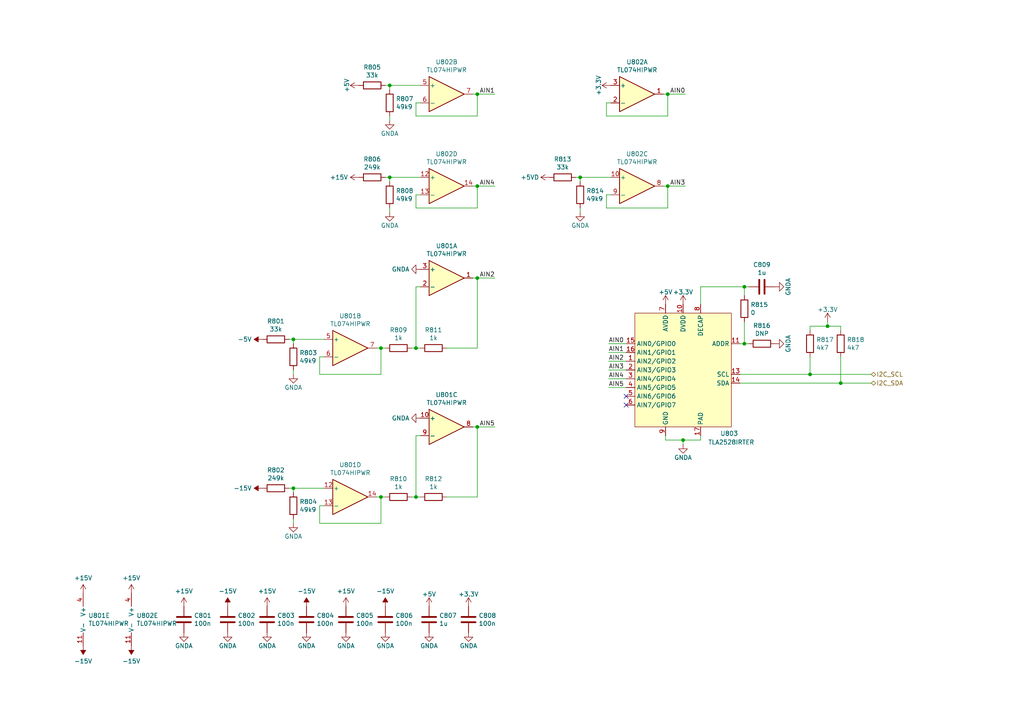
<source format=kicad_sch>
(kicad_sch (version 20230121) (generator eeschema)
  (paper "A4")
  (lib_symbols
    (symbol "Amplifier_Operational:TL074" (pin_names (offset 0.127))
      (property "Reference" "U" (at 0 5.08 0))
      (property "Value" "TL074" (at 0 -5.08 0))
      (symbol "TL074_1_1"
        (polyline (pts (xy -5.08 5.08) (xy 5.08 0) (xy -5.08 -5.08) (xy -5.08 5.08)) (stroke (width 0.254)) (fill (type background)))
        (pin output line (at 7.62 0 180) (length 2.54) (name "~") (number "1"))
        (pin input line (at -7.62 -2.54 0) (length 2.54) (name "-") (number "2"))
        (pin input line (at -7.62 2.54 0) (length 2.54) (name "+") (number "3"))
      )
      (symbol "TL074_2_1"
        (polyline (pts (xy -5.08 5.08) (xy 5.08 0) (xy -5.08 -5.08) (xy -5.08 5.08)) (stroke (width 0.254)) (fill (type background)))
        (pin input line (at -7.62 2.54 0) (length 2.54) (name "+") (number "5"))
        (pin input line (at -7.62 -2.54 0) (length 2.54) (name "-") (number "6"))
        (pin output line (at 7.62 0 180) (length 2.54) (name "~") (number "7"))
      )
      (symbol "TL074_3_1"
        (polyline (pts (xy -5.08 5.08) (xy 5.08 0) (xy -5.08 -5.08) (xy -5.08 5.08)) (stroke (width 0.254)) (fill (type background)))
        (pin input line (at -7.62 2.54 0) (length 2.54) (name "+") (number "10"))
        (pin output line (at 7.62 0 180) (length 2.54) (name "~") (number "8"))
        (pin input line (at -7.62 -2.54 0) (length 2.54) (name "-") (number "9"))
      )
      (symbol "TL074_4_1"
        (polyline (pts (xy -5.08 5.08) (xy 5.08 0) (xy -5.08 -5.08) (xy -5.08 5.08)) (stroke (width 0.254)) (fill (type background)))
        (pin input line (at -7.62 2.54 0) (length 2.54) (name "+") (number "12"))
        (pin input line (at -7.62 -2.54 0) (length 2.54) (name "-") (number "13"))
        (pin output line (at 7.62 0 180) (length 2.54) (name "~") (number "14"))
      )
      (symbol "TL074_5_1"
        (pin power_in line (at -2.54 -7.62 90) (length 3.81) (name "V-") (number "11"))
        (pin power_in line (at -2.54 7.62 270) (length 3.81) (name "V+") (number "4"))
      )
    )
    (symbol "Device:C" (pin_numbers hide) (pin_names (offset 0.254))
      (property "Reference" "C" (at 0.635 2.54 0))
      (property "Value" "C" (at 0.635 -2.54 0))
      (symbol "C_0_1"
        (polyline (pts (xy -2.032 -0.762) (xy 2.032 -0.762)) (stroke (width 0.508)))
        (polyline (pts (xy -2.032 0.762) (xy 2.032 0.762)) (stroke (width 0.508)))
      )
      (symbol "C_1_1"
        (pin passive line (at 0 3.81 270) (length 2.794) (name "~") (number "1"))
        (pin passive line (at 0 -3.81 90) (length 2.794) (name "~") (number "2"))
      )
    )
    (symbol "Device:R" (pin_numbers hide) (pin_names (offset 0))
      (property "Reference" "R" (at 2.032 0 90))
      (property "Value" "R" (at 0 0 90))
      (symbol "R_0_1"
        (rectangle (start -1.016 -2.54) (end 1.016 2.54) (stroke (width 0.254)))
      )
      (symbol "R_1_1"
        (pin passive line (at 0 3.81 270) (length 1.27) (name "~") (number "1"))
        (pin passive line (at 0 -3.81 90) (length 1.27) (name "~") (number "2"))
      )
    )
    (symbol "ETH1CFGEN1:TLA2528"
      (property "Reference" "U" (at 10.795 21.59 0))
      (property "Value" "TLA2528" (at 10.795 19.05 0))
      (symbol "TLA2528_0_1"
        (rectangle (start -13.97 17.78) (end 13.97 -15.24) (fill (type background)))
      )
      (symbol "TLA2528_1_1"
        (pin bidirectional line (at -16.51 3.81 0) (length 2.54) (name "AIN2/GPIO2") (number "1"))
        (pin passive line (at 0 20.32 270) (length 2.54) (name "DVDD") (number "10"))
        (pin input line (at 16.51 8.89 180) (length 2.54) (name "ADDR") (number "11"))
        (pin no_connect non_logic (at 13.97 3.175 180) (length 0) hide (name "NC") (number "12"))
        (pin bidirectional line (at 16.51 0 180) (length 2.54) (name "SCL") (number "13"))
        (pin bidirectional line (at 16.51 -2.54 180) (length 2.54) (name "SDA") (number "14"))
        (pin bidirectional line (at -16.51 8.89 0) (length 2.54) (name "AIN0/GPIO0") (number "15"))
        (pin bidirectional line (at -16.51 6.35 0) (length 2.54) (name "AIN1/GPIO1") (number "16"))
        (pin passive line (at 5.08 -17.78 90) (length 2.54) (name "PAD") (number "17"))
        (pin bidirectional line (at -16.51 1.27 0) (length 2.54) (name "AIN3/GPIO3") (number "2"))
        (pin bidirectional line (at -16.51 -1.27 0) (length 2.54) (name "AIN4/GPIO4") (number "3"))
        (pin bidirectional line (at -16.51 -3.81 0) (length 2.54) (name "AIN5/GPIO5") (number "4"))
        (pin bidirectional line (at -16.51 -6.35 0) (length 2.54) (name "AIN6/GPIO6") (number "5"))
        (pin bidirectional line (at -16.51 -8.89 0) (length 2.54) (name "AIN7/GPIO7") (number "6"))
        (pin passive line (at -5.08 20.32 270) (length 2.54) (name "AVDD") (number "7"))
        (pin passive line (at 5.08 20.32 270) (length 2.54) (name "DECAP") (number "8"))
        (pin passive line (at -5.08 -17.78 90) (length 2.54) (name "GND") (number "9"))
      )
    )
    (symbol "power:+15V" (power) (pin_names (offset 0))
      (property "Value" "+15V" (at 0 3.556 0))
      (symbol "+15V_0_1"
        (polyline (pts (xy -0.762 1.27) (xy 0 2.54)))
        (polyline (pts (xy 0 0) (xy 0 2.54)))
        (polyline (pts (xy 0 2.54) (xy 0.762 1.27)))
      )
      (symbol "+15V_1_1"
        (pin power_in line (at 0 0 90) (length 0) hide (name "+15V") (number "1"))
      )
    )
    (symbol "power:+3.3V" (power) (pin_names (offset 0))
      (property "Value" "+3.3V" (at 0 3.556 0))
      (symbol "+3.3V_0_1"
        (polyline (pts (xy -0.762 1.27) (xy 0 2.54)))
        (polyline (pts (xy 0 0) (xy 0 2.54)))
        (polyline (pts (xy 0 2.54) (xy 0.762 1.27)))
      )
      (symbol "+3.3V_1_1"
        (pin power_in line (at 0 0 90) (length 0) hide (name "+3.3V") (number "1"))
      )
    )
    (symbol "power:+5V" (power) (pin_names (offset 0))
      (property "Value" "+5V" (at 0 3.556 0))
      (symbol "+5V_0_1"
        (polyline (pts (xy -0.762 1.27) (xy 0 2.54)))
        (polyline (pts (xy 0 0) (xy 0 2.54)))
        (polyline (pts (xy 0 2.54) (xy 0.762 1.27)))
      )
      (symbol "+5V_1_1"
        (pin power_in line (at 0 0 90) (length 0) hide (name "+5V") (number "1"))
      )
    )
    (symbol "power:+5VD" (power) (pin_names (offset 0))
      (property "Value" "+5VD" (at 0 3.556 0))
      (symbol "+5VD_0_1"
        (polyline (pts (xy -0.762 1.27) (xy 0 2.54)))
        (polyline (pts (xy 0 0) (xy 0 2.54)))
        (polyline (pts (xy 0 2.54) (xy 0.762 1.27)))
      )
      (symbol "+5VD_1_1"
        (pin power_in line (at 0 0 90) (length 0) hide (name "+5VD") (number "1"))
      )
    )
    (symbol "power:-15V" (power) (pin_names (offset 0))
      (property "Value" "-15V" (at 0 3.81 0))
      (symbol "-15V_0_0"
        (pin power_in line (at 0 0 90) (length 0) hide (name "-15V") (number "1"))
      )
      (symbol "-15V_0_1"
        (polyline (pts (xy 0 0) (xy 0 1.27) (xy 0.762 1.27) (xy 0 2.54) (xy -0.762 1.27) (xy 0 1.27)) (fill (type outline)))
      )
    )
    (symbol "power:-5V" (power) (pin_names (offset 0))
      (property "Value" "-5V" (at 0 3.81 0))
      (symbol "-5V_0_0"
        (pin power_in line (at 0 0 90) (length 0) hide (name "-5V") (number "1"))
      )
      (symbol "-5V_0_1"
        (polyline (pts (xy 0 0) (xy 0 1.27) (xy 0.762 1.27) (xy 0 2.54) (xy -0.762 1.27) (xy 0 1.27)) (fill (type outline)))
      )
    )
    (symbol "power:GNDA" (power) (pin_names (offset 0))
      (property "Value" "GNDA" (at 0 -3.81 0))
      (symbol "GNDA_0_1"
        (polyline (pts (xy 0 0) (xy 0 -1.27) (xy 1.27 -1.27) (xy 0 -2.54) (xy -1.27 -1.27) (xy 0 -1.27)))
      )
      (symbol "GNDA_1_1"
        (pin power_in line (at 0 0 270) (length 0) hide (name "GNDA") (number "1"))
      )
    )
  )
  (junction (at 193.675 27.305))
  (junction (at 85.09 98.425))
  (junction (at 138.43 53.975))
  (junction (at 198.12 127.635))
  (junction (at 138.43 27.305))
  (junction (at 120.65 100.965))
  (junction (at 243.84 111.125))
  (junction (at 138.43 123.825))
  (junction (at 113.03 24.765))
  (junction (at 113.03 51.435))
  (junction (at 168.275 51.435))
  (junction (at 110.49 100.965))
  (junction (at 120.65 144.145))
  (junction (at 215.9 99.695))
  (junction (at 215.9 83.185))
  (junction (at 85.09 141.605))
  (junction (at 193.675 53.975))
  (junction (at 240.03 94.615))
  (junction (at 110.49 144.145))
  (junction (at 234.95 108.585))
  (junction (at 138.43 80.645))
  (no_connect (at 181.61 114.935))
  (no_connect (at 181.61 117.475))
  (wire (pts (xy 110.49 144.145) (xy 111.76 144.145)))
  (wire (pts (xy 138.43 123.825) (xy 143.51 123.825)))
  (wire (pts (xy 121.92 56.515) (xy 120.65 56.515)))
  (wire (pts (xy 203.2 83.185) (xy 203.2 88.265)))
  (wire (pts (xy 138.43 60.325) (xy 138.43 53.975)))
  (wire (pts (xy 113.03 51.435) (xy 121.92 51.435)))
  (wire (pts (xy 138.43 33.655) (xy 138.43 27.305)))
  (wire (pts (xy 113.03 26.035) (xy 113.03 24.765)))
  (wire (pts (xy 214.63 108.585) (xy 234.95 108.585)))
  (wire (pts (xy 215.9 83.185) (xy 203.2 83.185)))
  (wire (pts (xy 138.43 80.645) (xy 137.16 80.645)))
  (wire (pts (xy 138.43 144.145) (xy 138.43 123.825)))
  (wire (pts (xy 234.95 108.585) (xy 234.95 103.505)))
  (wire (pts (xy 120.65 33.655) (xy 138.43 33.655)))
  (wire (pts (xy 215.9 99.695) (xy 215.9 93.345)))
  (wire (pts (xy 121.92 29.845) (xy 120.65 29.845)))
  (wire (pts (xy 119.38 100.965) (xy 120.65 100.965)))
  (wire (pts (xy 168.275 52.705) (xy 168.275 51.435)))
  (wire (pts (xy 113.03 24.765) (xy 121.92 24.765)))
  (wire (pts (xy 120.65 83.185) (xy 121.92 83.185)))
  (wire (pts (xy 175.895 56.515) (xy 175.895 60.325)))
  (wire (pts (xy 181.61 99.695) (xy 176.53 99.695)))
  (wire (pts (xy 193.675 27.305) (xy 192.405 27.305)))
  (wire (pts (xy 138.43 123.825) (xy 137.16 123.825)))
  (wire (pts (xy 198.12 128.905) (xy 198.12 127.635)))
  (wire (pts (xy 111.76 24.765) (xy 113.03 24.765)))
  (wire (pts (xy 83.82 141.605) (xy 85.09 141.605)))
  (wire (pts (xy 120.65 29.845) (xy 120.65 33.655)))
  (wire (pts (xy 234.95 108.585) (xy 252.73 108.585)))
  (wire (pts (xy 198.12 127.635) (xy 203.2 127.635)))
  (wire (pts (xy 234.95 94.615) (xy 240.03 94.615)))
  (wire (pts (xy 120.65 56.515) (xy 120.65 60.325)))
  (wire (pts (xy 113.03 34.925) (xy 113.03 33.655)))
  (wire (pts (xy 85.09 108.585) (xy 85.09 107.315)))
  (wire (pts (xy 214.63 111.125) (xy 243.84 111.125)))
  (wire (pts (xy 92.71 108.585) (xy 110.49 108.585)))
  (wire (pts (xy 93.98 146.685) (xy 92.71 146.685)))
  (wire (pts (xy 181.61 112.395) (xy 176.53 112.395)))
  (wire (pts (xy 240.03 94.615) (xy 243.84 94.615)))
  (wire (pts (xy 168.275 61.595) (xy 168.275 60.325)))
  (wire (pts (xy 121.92 144.145) (xy 120.65 144.145)))
  (wire (pts (xy 243.84 111.125) (xy 252.73 111.125)))
  (wire (pts (xy 234.95 95.885) (xy 234.95 94.615)))
  (wire (pts (xy 110.49 100.965) (xy 111.76 100.965)))
  (wire (pts (xy 167.005 51.435) (xy 168.275 51.435)))
  (wire (pts (xy 129.54 144.145) (xy 138.43 144.145)))
  (wire (pts (xy 175.895 29.845) (xy 175.895 33.655)))
  (wire (pts (xy 92.71 151.765) (xy 110.49 151.765)))
  (wire (pts (xy 113.03 61.595) (xy 113.03 60.325)))
  (wire (pts (xy 193.675 27.305) (xy 198.755 27.305)))
  (wire (pts (xy 176.53 109.855) (xy 181.61 109.855)))
  (wire (pts (xy 85.09 151.765) (xy 85.09 150.495)))
  (wire (pts (xy 120.65 144.145) (xy 120.65 126.365)))
  (wire (pts (xy 215.9 99.695) (xy 217.17 99.695)))
  (wire (pts (xy 193.675 53.975) (xy 198.755 53.975)))
  (wire (pts (xy 113.03 52.705) (xy 113.03 51.435)))
  (wire (pts (xy 92.71 103.505) (xy 92.71 108.585)))
  (wire (pts (xy 181.61 104.775) (xy 176.53 104.775)))
  (wire (pts (xy 85.09 142.875) (xy 85.09 141.605)))
  (wire (pts (xy 177.165 29.845) (xy 175.895 29.845)))
  (wire (pts (xy 203.2 127.635) (xy 203.2 126.365)))
  (wire (pts (xy 181.61 107.315) (xy 176.53 107.315)))
  (wire (pts (xy 193.675 60.325) (xy 193.675 53.975)))
  (wire (pts (xy 181.61 102.235) (xy 176.53 102.235)))
  (wire (pts (xy 214.63 99.695) (xy 215.9 99.695)))
  (wire (pts (xy 92.71 146.685) (xy 92.71 151.765)))
  (wire (pts (xy 138.43 53.975) (xy 143.51 53.975)))
  (wire (pts (xy 243.84 94.615) (xy 243.84 95.885)))
  (wire (pts (xy 168.275 51.435) (xy 177.165 51.435)))
  (wire (pts (xy 215.9 85.725) (xy 215.9 83.185)))
  (wire (pts (xy 193.675 53.975) (xy 192.405 53.975)))
  (wire (pts (xy 120.65 126.365) (xy 121.92 126.365)))
  (wire (pts (xy 129.54 100.965) (xy 138.43 100.965)))
  (wire (pts (xy 138.43 27.305) (xy 143.51 27.305)))
  (wire (pts (xy 85.09 98.425) (xy 93.98 98.425)))
  (wire (pts (xy 110.49 108.585) (xy 110.49 100.965)))
  (wire (pts (xy 175.895 33.655) (xy 193.675 33.655)))
  (wire (pts (xy 93.98 103.505) (xy 92.71 103.505)))
  (wire (pts (xy 138.43 27.305) (xy 137.16 27.305)))
  (wire (pts (xy 110.49 144.145) (xy 109.22 144.145)))
  (wire (pts (xy 138.43 100.965) (xy 138.43 80.645)))
  (wire (pts (xy 138.43 53.975) (xy 137.16 53.975)))
  (wire (pts (xy 120.65 100.965) (xy 120.65 83.185)))
  (wire (pts (xy 121.92 100.965) (xy 120.65 100.965)))
  (wire (pts (xy 110.49 151.765) (xy 110.49 144.145)))
  (wire (pts (xy 193.04 127.635) (xy 198.12 127.635)))
  (wire (pts (xy 240.03 93.345) (xy 240.03 94.615)))
  (wire (pts (xy 215.9 83.185) (xy 217.17 83.185)))
  (wire (pts (xy 85.09 141.605) (xy 93.98 141.605)))
  (wire (pts (xy 177.165 56.515) (xy 175.895 56.515)))
  (wire (pts (xy 83.82 98.425) (xy 85.09 98.425)))
  (wire (pts (xy 120.65 60.325) (xy 138.43 60.325)))
  (wire (pts (xy 111.76 51.435) (xy 113.03 51.435)))
  (wire (pts (xy 193.675 33.655) (xy 193.675 27.305)))
  (wire (pts (xy 175.895 60.325) (xy 193.675 60.325)))
  (wire (pts (xy 138.43 80.645) (xy 143.51 80.645)))
  (wire (pts (xy 243.84 103.505) (xy 243.84 111.125)))
  (wire (pts (xy 193.04 126.365) (xy 193.04 127.635)))
  (wire (pts (xy 110.49 100.965) (xy 109.22 100.965)))
  (wire (pts (xy 85.09 99.695) (xy 85.09 98.425)))
  (wire (pts (xy 119.38 144.145) (xy 120.65 144.145)))
  (label "AIN5" (at 143.51 123.825 180))
  (label "AIN0" (at 176.53 99.695 0))
  (label "AIN4" (at 143.51 53.975 180))
  (label "AIN2" (at 176.53 104.775 0))
  (label "AIN0" (at 198.755 27.305 180))
  (label "AIN4" (at 176.53 109.855 0))
  (label "AIN3" (at 176.53 107.315 0))
  (label "AIN5" (at 176.53 112.395 0))
  (label "AIN1" (at 143.51 27.305 180))
  (label "AIN2" (at 143.51 80.645 180))
  (label "AIN1" (at 176.53 102.235 0))
  (label "AIN3" (at 198.755 53.975 180))
  (hierarchical_label "I2C_SDA" (shape bidirectional) (at 252.73 111.125 0))
  (hierarchical_label "I2C_SCL" (shape bidirectional) (at 252.73 108.585 0))
  (symbol (lib_id "Device:C") (at 66.04 179.705 180) (unit 1)
    (property "Reference" "C802" (at 68.961 178.5366 0) (effects (justify right)))
    (property "Value" "100n" (at 68.961 180.848 0) (effects (justify right)))
    (property "Footprint" "Capacitor_SMD:C_0603_1608Metric_Pad1.08x0.95mm_HandSolder" (effects hide))
    (instances (project "ETH1CFGEN1" (path "" (reference "C802") (unit 1))) (project "ETH3CDAQ1A.kicad_pro" (path "" (reference "C702") (unit 1))))
  )
  (symbol (lib_id "Device:R") (at 113.03 56.515 0) (unit 1)
    (property "Reference" "R808" (at 114.808 55.3466 0) (effects (justify left)))
    (property "Value" "49k9" (at 114.808 57.658 0) (effects (justify left)))
    (property "Footprint" "Resistor_SMD:R_0603_1608Metric_Pad0.98x0.95mm_HandSolder" (effects hide))
    (instances (project "ETH1CFGEN1" (path "" (reference "R808") (unit 1))) (project "ETH3CDAQ1A.kicad_pro" (path "" (reference "R708") (unit 1))))
  )
  (symbol (lib_id "Device:C") (at 77.47 179.705 180) (unit 1)
    (property "Reference" "C803" (at 80.391 178.5366 0) (effects (justify right)))
    (property "Value" "100n" (at 80.391 180.848 0) (effects (justify right)))
    (property "Footprint" "Capacitor_SMD:C_0603_1608Metric_Pad1.08x0.95mm_HandSolder" (effects hide))
    (instances (project "ETH1CFGEN1" (path "" (reference "C803") (unit 1))) (project "ETH3CDAQ1A.kicad_pro" (path "" (reference "C703") (unit 1))))
  )
  (symbol (lib_id "power:+3.3V") (at 240.03 93.345 0) (unit 1)
    (property "Reference" "#PWR0839" (effects hide))
    (property "Value" "+3.3V" (at 240.03 89.789 0))
  )
  (symbol (lib_id "Device:C") (at 135.89 179.705 180) (unit 1)
    (property "Reference" "C808" (at 138.811 178.5366 0) (effects (justify right)))
    (property "Value" "100n" (at 138.811 180.848 0) (effects (justify right)))
    (property "Footprint" "Capacitor_SMD:C_0603_1608Metric_Pad1.08x0.95mm_HandSolder" (effects hide))
    (instances (project "ETH1CFGEN1" (path "" (reference "C808") (unit 1))) (project "ETH3CDAQ1A.kicad_pro" (path "" (reference "C708") (unit 1))))
  )
  (symbol (lib_id "Device:R") (at 107.95 24.765 270) (unit 1)
    (property "Reference" "R805" (at 107.95 19.5072 90))
    (property "Value" "33k" (at 107.95 21.8186 90))
    (property "Footprint" "Resistor_SMD:R_0603_1608Metric_Pad0.98x0.95mm_HandSolder" (effects hide))
    (instances (project "ETH1CFGEN1" (path "" (reference "R805") (unit 1))) (project "ETH3CDAQ1A.kicad_pro" (path "" (reference "R705") (unit 1))))
  )
  (symbol (lib_id "power:GNDA") (at 198.12 128.905 0) (unit 1)
    (property "Reference" "#PWR0836" (effects hide))
    (property "Value" "GNDA" (at 198.12 132.715 0))
    (instances (project "ETH1CFGEN1" (path "" (reference "#PWR0836") (unit 1))) (project "ETH3CDAQ1A.kicad_pro" (path "" (reference "#PWR0740") (unit 1))))
  )
  (symbol (lib_id "Device:C") (at 111.76 179.705 180) (unit 1)
    (property "Reference" "C806" (at 114.681 178.5366 0) (effects (justify right)))
    (property "Value" "100n" (at 114.681 180.848 0) (effects (justify right)))
    (property "Footprint" "Capacitor_SMD:C_0603_1608Metric_Pad1.08x0.95mm_HandSolder" (effects hide))
    (instances (project "ETH1CFGEN1" (path "" (reference "C806") (unit 1))) (project "ETH3CDAQ1A.kicad_pro" (path "" (reference "C706") (unit 1))))
  )
  (symbol (lib_id "power:+5V") (at 124.46 175.895 0) (unit 1)
    (property "Reference" "#PWR0827" (effects hide))
    (property "Value" "+5V" (at 124.46 172.339 0))
    (instances (project "ETH1CFGEN1" (path "" (reference "#PWR0827") (unit 1))) (project "ETH3CDAQ1A.kicad_pro" (path "" (reference "#PWR0731") (unit 1))))
  )
  (symbol (lib_id "power:GNDA") (at 113.03 61.595 0) (unit 1)
    (property "Reference" "#PWR0824" (effects hide))
    (property "Value" "GNDA" (at 113.03 65.405 0))
    (instances (project "ETH1CFGEN1" (path "" (reference "#PWR0824") (unit 1))) (project "ETH3CDAQ1A.kicad_pro" (path "" (reference "#PWR0716") (unit 1))))
  )
  (symbol (lib_id "power:+5VD") (at 159.385 51.435 90) (unit 1)
    (property "Reference" "#PWR0707" (effects hide))
    (property "Value" "+5VD" (at 153.67 51.435 90))
    (instances (project "ETH1CFGEN1" (path "" (reference "#PWR0707") (unit 1)) (path "" (reference "#PWR0831") (unit 1))))
  )
  (symbol (lib_id "Device:C") (at 100.33 179.705 180) (unit 1)
    (property "Reference" "C805" (at 103.251 178.5366 0) (effects (justify right)))
    (property "Value" "100n" (at 103.251 180.848 0) (effects (justify right)))
    (property "Footprint" "Capacitor_SMD:C_0603_1608Metric_Pad1.08x0.95mm_HandSolder" (effects hide))
    (instances (project "ETH1CFGEN1" (path "" (reference "C805") (unit 1))) (project "ETH3CDAQ1A.kicad_pro" (path "" (reference "C705") (unit 1))))
  )
  (symbol (lib_id "Device:R") (at 80.01 141.605 270) (unit 1)
    (property "Reference" "R802" (at 80.01 136.3472 90))
    (property "Value" "249k" (at 80.01 138.6586 90))
    (property "Footprint" "Resistor_SMD:R_0603_1608Metric_Pad0.98x0.95mm_HandSolder" (effects hide))
    (instances (project "ETH1CFGEN1" (path "" (reference "R802") (unit 1))) (project "ETH3CDAQ1A.kicad_pro" (path "" (reference "R702") (unit 1))))
  )
  (symbol (lib_id "power:GNDA") (at 113.03 34.925 0) (unit 1)
    (property "Reference" "#PWR0823" (effects hide))
    (property "Value" "GNDA" (at 113.03 38.735 0))
    (instances (project "ETH1CFGEN1" (path "" (reference "#PWR0823") (unit 1))) (project "ETH3CDAQ1A.kicad_pro" (path "" (reference "#PWR0715") (unit 1))))
  )
  (symbol (lib_id "power:GNDA") (at 85.09 108.585 0) (unit 1)
    (property "Reference" "#PWR0813" (effects hide))
    (property "Value" "GNDA" (at 85.09 112.395 0))
    (instances (project "ETH1CFGEN1" (path "" (reference "#PWR0813") (unit 1))) (project "ETH3CDAQ1A.kicad_pro" (path "" (reference "#PWR0707") (unit 1))))
  )
  (symbol (lib_id "power:+15V") (at 24.13 172.085 0) (unit 1)
    (property "Reference" "#PWR0721" (effects hide))
    (property "Value" "+15V" (at 24.13 167.64 0))
    (instances (project "ETH1CFGEN1" (path "" (reference "#PWR0721") (unit 1)) (path "" (reference "#PWR0801") (unit 1))))
  )
  (symbol (lib_id "Device:C") (at 124.46 179.705 180) (unit 1)
    (property "Reference" "C807" (at 127.381 178.5366 0) (effects (justify right)))
    (property "Value" "1u" (at 127.381 180.848 0) (effects (justify right)))
    (property "Footprint" "Capacitor_SMD:C_0603_1608Metric_Pad1.08x0.95mm_HandSolder" (effects hide))
    (instances (project "ETH1CFGEN1" (path "" (reference "C807") (unit 1))) (project "ETH3CDAQ1A.kicad_pro" (path "" (reference "C707") (unit 1))))
  )
  (symbol (lib_id "Device:R") (at 163.195 51.435 270) (unit 1)
    (property "Reference" "R813" (at 163.195 46.1772 90))
    (property "Value" "33k" (at 163.195 48.4886 90))
    (property "Footprint" "Resistor_SMD:R_0603_1608Metric_Pad0.98x0.95mm_HandSolder" (effects hide))
    (instances (project "ETH1CFGEN1" (path "" (reference "R813") (unit 1))) (project "ETH3CDAQ1A.kicad_pro" (path "" (reference "R713") (unit 1))))
  )
  (symbol (lib_id "power:GNDA") (at 168.275 61.595 0) (unit 1)
    (property "Reference" "#PWR0832" (effects hide))
    (property "Value" "GNDA" (at 168.275 65.405 0))
    (instances (project "ETH1CFGEN1" (path "" (reference "#PWR0832") (unit 1))) (project "ETH3CDAQ1A.kicad_pro" (path "" (reference "#PWR0729") (unit 1))))
  )
  (symbol (lib_id "power:+15V") (at 38.1 172.085 0) (unit 1)
    (property "Reference" "#PWR0721" (effects hide))
    (property "Value" "+15V" (at 38.1 167.64 0))
    (instances (project "ETH1CFGEN1" (path "" (reference "#PWR0721") (unit 1)) (path "" (reference "#PWR0803") (unit 1))))
  )
  (symbol (lib_id "power:-15V") (at 24.13 187.325 180) (unit 1)
    (property "Reference" "#PWR0722" (effects hide))
    (property "Value" "-15V" (at 24.13 191.77 0))
    (instances (project "ETH1CFGEN1" (path "" (reference "#PWR0722") (unit 1)) (path "" (reference "#PWR0802") (unit 1))))
  )
  (symbol (lib_id "power:GNDA") (at 121.92 78.105 270) (unit 1)
    (property "Reference" "#PWR0825" (effects hide))
    (property "Value" "GNDA" (at 116.205 78.105 90))
    (instances (project "ETH1CFGEN1" (path "" (reference "#PWR0825") (unit 1))) (project "ETH3CDAQ1A.kicad_pro" (path "" (reference "#PWR0719") (unit 1))))
  )
  (symbol (lib_id "power:+15V") (at 77.47 175.895 0) (unit 1)
    (property "Reference" "#PWR0721" (effects hide))
    (property "Value" "+15V" (at 77.47 171.45 0))
    (instances (project "ETH1CFGEN1" (path "" (reference "#PWR0721") (unit 1)) (path "" (reference "#PWR0811") (unit 1))))
  )
  (symbol (lib_id "power:+15V") (at 53.34 175.895 0) (unit 1)
    (property "Reference" "#PWR0721" (effects hide))
    (property "Value" "+15V" (at 53.34 171.45 0))
    (instances (project "ETH1CFGEN1" (path "" (reference "#PWR0721") (unit 1)) (path "" (reference "#PWR0805") (unit 1))))
  )
  (symbol (lib_id "Amplifier_Operational:TL074") (at 101.6 100.965 0) (unit 2)
    (property "Reference" "U801" (at 101.6 91.6432 0))
    (property "Value" "TL074HIPWR" (at 101.6 93.9546 0))
    (property "Footprint" "Package_SO:TSSOP-14_4.4x5mm_P0.65mm" (effects hide))
    (property "Datasheet" "http://www.ti.com/lit/ds/symlink/tl071.pdf" (effects hide))
    (instances (project "ETH1CFGEN1" (path "" (reference "U801") (unit 2))) (project "ETH3CDAQ1A.kicad_pro" (path "" (reference "U702") (unit 2))))
  )
  (symbol (lib_id "power:-15V") (at 76.2 141.605 90) (unit 1)
    (property "Reference" "#PWR0722" (effects hide))
    (property "Value" "-15V" (at 73.025 141.605 90) (effects (justify left)))
    (instances (project "ETH1CFGEN1" (path "" (reference "#PWR0722") (unit 1)) (path "" (reference "#PWR0810") (unit 1))))
  )
  (symbol (lib_id "power:GNDA") (at 224.79 99.695 90) (unit 1)
    (property "Reference" "#PWR0838" (effects hide))
    (property "Value" "GNDA" (at 228.6 99.695 0))
    (instances (project "ETH1CFGEN1" (path "" (reference "#PWR0838") (unit 1))) (project "ETH3CDAQ1A.kicad_pro" (path "" (reference "#PWR0742") (unit 1))))
  )
  (symbol (lib_id "power:GNDA") (at 88.9 183.515 0) (unit 1)
    (property "Reference" "#PWR0816" (effects hide))
    (property "Value" "GNDA" (at 88.9 187.325 0))
    (instances (project "ETH1CFGEN1" (path "" (reference "#PWR0816") (unit 1))) (project "ETH3CDAQ1A.kicad_pro" (path "" (reference "#PWR0722") (unit 1))))
  )
  (symbol (lib_id "Amplifier_Operational:TL074") (at 129.54 80.645 0) (unit 1)
    (property "Reference" "U801" (at 129.54 71.3232 0))
    (property "Value" "TL074HIPWR" (at 129.54 73.6346 0))
    (property "Footprint" "Package_SO:TSSOP-14_4.4x5mm_P0.65mm" (effects hide))
    (property "Datasheet" "http://www.ti.com/lit/ds/symlink/tl071.pdf" (effects hide))
    (instances (project "ETH1CFGEN1" (path "" (reference "U801") (unit 1))) (project "ETH3CDAQ1A.kicad_pro" (path "" (reference "U702") (unit 1))))
  )
  (symbol (lib_id "Amplifier_Operational:TL074") (at 129.54 53.975 0) (unit 4)
    (property "Reference" "U802" (at 129.54 44.6532 0))
    (property "Value" "TL074HIPWR" (at 129.54 46.9646 0))
    (property "Footprint" "Package_SO:TSSOP-14_4.4x5mm_P0.65mm" (effects hide))
    (property "Datasheet" "http://www.ti.com/lit/ds/symlink/tl071.pdf" (effects hide))
    (instances (project "ETH1CFGEN1" (path "" (reference "U802") (unit 4))) (project "ETH3CDAQ1A.kicad_pro" (path "" (reference "U701") (unit 4))))
  )
  (symbol (lib_id "power:-15V") (at 66.04 175.895 0) (unit 1)
    (property "Reference" "#PWR0722" (effects hide))
    (property "Value" "-15V" (at 66.04 171.45 0))
    (instances (project "ETH1CFGEN1" (path "" (reference "#PWR0722") (unit 1)) (path "" (reference "#PWR0807") (unit 1))))
  )
  (symbol (lib_id "power:GNDA") (at 224.79 83.185 90) (unit 1)
    (property "Reference" "#PWR0837" (effects hide))
    (property "Value" "GNDA" (at 228.6 83.185 0))
    (instances (project "ETH1CFGEN1" (path "" (reference "#PWR0837") (unit 1))) (project "ETH3CDAQ1A.kicad_pro" (path "" (reference "#PWR0741") (unit 1))))
  )
  (symbol (lib_id "Device:R") (at 113.03 29.845 0) (unit 1)
    (property "Reference" "R807" (at 114.808 28.6766 0) (effects (justify left)))
    (property "Value" "49k9" (at 114.808 30.988 0) (effects (justify left)))
    (property "Footprint" "Resistor_SMD:R_0603_1608Metric_Pad0.98x0.95mm_HandSolder" (effects hide))
    (instances (project "ETH1CFGEN1" (path "" (reference "R807") (unit 1))) (project "ETH3CDAQ1A.kicad_pro" (path "" (reference "R707") (unit 1))))
  )
  (symbol (lib_id "power:-5V") (at 76.2 98.425 90) (unit 1)
    (property "Reference" "#PWR0732" (effects hide))
    (property "Value" "-5V" (at 73.025 98.425 90) (effects (justify left)))
    (instances (project "ETH1CFGEN1" (path "" (reference "#PWR0732") (unit 1)) (path "" (reference "#PWR0809") (unit 1))))
  )
  (symbol (lib_id "power:GNDA") (at 121.92 121.285 270) (unit 1)
    (property "Reference" "#PWR0826" (effects hide))
    (property "Value" "GNDA" (at 116.205 121.285 90))
    (instances (project "ETH1CFGEN1" (path "" (reference "#PWR0826") (unit 1))) (project "ETH3CDAQ1A.kicad_pro" (path "" (reference "#PWR0720") (unit 1))))
  )
  (symbol (lib_id "power:+3.3V") (at 135.89 175.895 0) (unit 1)
    (property "Reference" "#PWR0829" (effects hide))
    (property "Value" "+3.3V" (at 135.89 172.339 0))
  )
  (symbol (lib_id "Amplifier_Operational:TL074") (at 129.54 27.305 0) (unit 2)
    (property "Reference" "U802" (at 129.54 17.9832 0))
    (property "Value" "TL074HIPWR" (at 129.54 20.2946 0))
    (property "Footprint" "Package_SO:TSSOP-14_4.4x5mm_P0.65mm" (effects hide))
    (property "Datasheet" "http://www.ti.com/lit/ds/symlink/tl071.pdf" (effects hide))
    (instances (project "ETH1CFGEN1" (path "" (reference "U802") (unit 2))) (project "ETH3CDAQ1A.kicad_pro" (path "" (reference "U701") (unit 2))))
  )
  (symbol (lib_id "power:GNDA") (at 53.34 183.515 0) (unit 1)
    (property "Reference" "#PWR0806" (effects hide))
    (property "Value" "GNDA" (at 53.34 187.325 0))
    (instances (project "ETH1CFGEN1" (path "" (reference "#PWR0806") (unit 1))) (project "ETH3CDAQ1A.kicad_pro" (path "" (reference "#PWR0710") (unit 1))))
  )
  (symbol (lib_id "Device:R") (at 85.09 146.685 0) (unit 1)
    (property "Reference" "R804" (at 86.868 145.5166 0) (effects (justify left)))
    (property "Value" "49k9" (at 86.868 147.828 0) (effects (justify left)))
    (property "Footprint" "Resistor_SMD:R_0603_1608Metric_Pad0.98x0.95mm_HandSolder" (effects hide))
    (instances (project "ETH1CFGEN1" (path "" (reference "R804") (unit 1))) (project "ETH3CDAQ1A.kicad_pro" (path "" (reference "R704") (unit 1))))
  )
  (symbol (lib_id "Device:R") (at 115.57 100.965 270) (unit 1)
    (property "Reference" "R809" (at 115.57 95.7072 90))
    (property "Value" "1k" (at 115.57 98.0186 90))
    (property "Footprint" "Resistor_SMD:R_0603_1608Metric_Pad0.98x0.95mm_HandSolder" (effects hide))
    (instances (project "ETH1CFGEN1" (path "" (reference "R809") (unit 1))) (project "ETH3CDAQ1A.kicad_pro" (path "" (reference "R709") (unit 1))))
  )
  (symbol (lib_id "power:GNDA") (at 111.76 183.515 0) (unit 1)
    (property "Reference" "#PWR0822" (effects hide))
    (property "Value" "GNDA" (at 111.76 187.325 0))
    (instances (project "ETH1CFGEN1" (path "" (reference "#PWR0822") (unit 1))) (project "ETH3CDAQ1A.kicad_pro" (path "" (reference "#PWR0726") (unit 1))))
  )
  (symbol (lib_id "power:+15V") (at 104.14 51.435 90) (unit 1)
    (property "Reference" "#PWR0721" (effects hide))
    (property "Value" "+15V" (at 100.965 51.435 90) (effects (justify left)))
    (instances (project "ETH1CFGEN1" (path "" (reference "#PWR0721") (unit 1)) (path "" (reference "#PWR0820") (unit 1))))
  )
  (symbol (lib_id "Device:R") (at 168.275 56.515 0) (unit 1)
    (property "Reference" "R814" (at 170.053 55.3466 0) (effects (justify left)))
    (property "Value" "49k9" (at 170.053 57.658 0) (effects (justify left)))
    (property "Footprint" "Resistor_SMD:R_0603_1608Metric_Pad0.98x0.95mm_HandSolder" (effects hide))
    (instances (project "ETH1CFGEN1" (path "" (reference "R814") (unit 1))) (project "ETH3CDAQ1A.kicad_pro" (path "" (reference "R715") (unit 1))))
  )
  (symbol (lib_id "power:+5V") (at 104.14 24.765 90) (unit 1)
    (property "Reference" "#PWR0819" (effects hide))
    (property "Value" "+5V" (at 100.584 24.765 0))
    (instances (project "ETH1CFGEN1" (path "" (reference "#PWR0819") (unit 1))) (project "ETH3CDAQ1A.kicad_pro" (path "" (reference "#PWR0711") (unit 1))))
  )
  (symbol (lib_id "Device:R") (at 115.57 144.145 270) (unit 1)
    (property "Reference" "R810" (at 115.57 138.8872 90))
    (property "Value" "1k" (at 115.57 141.1986 90))
    (property "Footprint" "Resistor_SMD:R_0603_1608Metric_Pad0.98x0.95mm_HandSolder" (effects hide))
    (instances (project "ETH1CFGEN1" (path "" (reference "R810") (unit 1))) (project "ETH3CDAQ1A.kicad_pro" (path "" (reference "R710") (unit 1))))
  )
  (symbol (lib_id "Device:R") (at 125.73 144.145 270) (unit 1)
    (property "Reference" "R812" (at 125.73 138.8872 90))
    (property "Value" "1k" (at 125.73 141.1986 90))
    (property "Footprint" "Resistor_SMD:R_0603_1608Metric_Pad0.98x0.95mm_HandSolder" (effects hide))
    (instances (project "ETH1CFGEN1" (path "" (reference "R812") (unit 1))) (project "ETH3CDAQ1A.kicad_pro" (path "" (reference "R712") (unit 1))))
  )
  (symbol (lib_id "power:+3.3V") (at 198.12 88.265 0) (unit 1)
    (property "Reference" "#PWR0835" (effects hide))
    (property "Value" "+3.3V" (at 198.12 84.709 0))
  )
  (symbol (lib_id "power:GNDA") (at 85.09 151.765 0) (unit 1)
    (property "Reference" "#PWR0814" (effects hide))
    (property "Value" "GNDA" (at 85.09 155.575 0))
    (instances (project "ETH1CFGEN1" (path "" (reference "#PWR0814") (unit 1))) (project "ETH3CDAQ1A.kicad_pro" (path "" (reference "#PWR0708") (unit 1))))
  )
  (symbol (lib_id "Device:R") (at 85.09 103.505 0) (unit 1)
    (property "Reference" "R803" (at 86.868 102.3366 0) (effects (justify left)))
    (property "Value" "49k9" (at 86.868 104.648 0) (effects (justify left)))
    (property "Footprint" "Resistor_SMD:R_0603_1608Metric_Pad0.98x0.95mm_HandSolder" (effects hide))
    (instances (project "ETH1CFGEN1" (path "" (reference "R803") (unit 1))) (project "ETH3CDAQ1A.kicad_pro" (path "" (reference "R703") (unit 1))))
  )
  (symbol (lib_id "Amplifier_Operational:TL074") (at 26.67 179.705 0) (unit 5)
    (property "Reference" "U801" (at 25.6032 178.5366 0) (effects (justify left)))
    (property "Value" "TL074HIPWR" (at 25.6032 180.848 0) (effects (justify left)))
    (property "Footprint" "Package_SO:TSSOP-14_4.4x5mm_P0.65mm" (effects hide))
    (property "Datasheet" "http://www.ti.com/lit/ds/symlink/tl071.pdf" (effects hide))
    (instances (project "ETH1CFGEN1" (path "" (reference "U801") (unit 5))) (project "ETH3CDAQ1A.kicad_pro" (path "" (reference "U701") (unit 5))))
  )
  (symbol (lib_id "power:+3.3V") (at 177.165 24.765 90) (unit 1)
    (property "Reference" "#PWR0833" (effects hide))
    (property "Value" "+3.3V" (at 173.609 24.765 0))
  )
  (symbol (lib_id "Amplifier_Operational:TL074") (at 40.64 179.705 0) (unit 5)
    (property "Reference" "U802" (at 39.5732 178.5366 0) (effects (justify left)))
    (property "Value" "TL074HIPWR" (at 39.5732 180.848 0) (effects (justify left)))
    (property "Footprint" "Package_SO:TSSOP-14_4.4x5mm_P0.65mm" (effects hide))
    (property "Datasheet" "http://www.ti.com/lit/ds/symlink/tl071.pdf" (effects hide))
    (instances (project "ETH1CFGEN1" (path "" (reference "U802") (unit 5))) (project "ETH3CDAQ1A.kicad_pro" (path "" (reference "U702") (unit 5))))
  )
  (symbol (lib_id "Device:R") (at 234.95 99.695 0) (unit 1)
    (property "Reference" "R817" (at 236.728 98.5266 0) (effects (justify left)))
    (property "Value" "4k7" (at 236.728 100.838 0) (effects (justify left)))
    (property "Footprint" "Resistor_SMD:R_0603_1608Metric_Pad0.98x0.95mm_HandSolder" (effects hide))
    (instances (project "ETH1CFGEN1" (path "" (reference "R817") (unit 1))) (project "ETH3CDAQ1A.kicad_pro" (path "" (reference "R719") (unit 1))))
  )
  (symbol (lib_id "Amplifier_Operational:TL074") (at 184.785 27.305 0) (unit 1)
    (property "Reference" "U802" (at 184.785 17.9832 0))
    (property "Value" "TL074HIPWR" (at 184.785 20.2946 0))
    (property "Footprint" "Package_SO:TSSOP-14_4.4x5mm_P0.65mm" (effects hide))
    (property "Datasheet" "http://www.ti.com/lit/ds/symlink/tl071.pdf" (effects hide))
    (instances (project "ETH1CFGEN1" (path "" (reference "U802") (unit 1))) (project "ETH3CDAQ1A.kicad_pro" (path "" (reference "U701") (unit 1))))
  )
  (symbol (lib_id "Device:R") (at 125.73 100.965 270) (unit 1)
    (property "Reference" "R811" (at 125.73 95.7072 90))
    (property "Value" "1k" (at 125.73 98.0186 90))
    (property "Footprint" "Resistor_SMD:R_0603_1608Metric_Pad0.98x0.95mm_HandSolder" (effects hide))
    (instances (project "ETH1CFGEN1" (path "" (reference "R811") (unit 1))) (project "ETH3CDAQ1A.kicad_pro" (path "" (reference "R711") (unit 1))))
  )
  (symbol (lib_id "ETH1CFGEN1:TLA2528") (at 198.12 108.585 0) (unit 1)
    (property "Reference" "U803" (at 208.915 125.73 0) (effects (justify left)))
    (property "Value" "TLA2528IRTER" (at 205.3941 128.27 0) (effects (justify left)))
    (property "Footprint" "Package_DFN_QFN:WQFN-16-1EP_3x3mm_P0.5mm_EP1.6x1.6mm_ThermalVias" (effects hide))
  )
  (symbol (lib_id "Device:R") (at 80.01 98.425 270) (unit 1)
    (property "Reference" "R801" (at 80.01 93.1672 90))
    (property "Value" "33k" (at 80.01 95.4786 90))
    (property "Footprint" "Resistor_SMD:R_0603_1608Metric_Pad0.98x0.95mm_HandSolder" (effects hide))
    (instances (project "ETH1CFGEN1" (path "" (reference "R801") (unit 1))) (project "ETH3CDAQ1A.kicad_pro" (path "" (reference "R701") (unit 1))))
  )
  (symbol (lib_id "Device:C") (at 88.9 179.705 180) (unit 1)
    (property "Reference" "C804" (at 91.821 178.5366 0) (effects (justify right)))
    (property "Value" "100n" (at 91.821 180.848 0) (effects (justify right)))
    (property "Footprint" "Capacitor_SMD:C_0603_1608Metric_Pad1.08x0.95mm_HandSolder" (effects hide))
    (instances (project "ETH1CFGEN1" (path "" (reference "C804") (unit 1))) (project "ETH3CDAQ1A.kicad_pro" (path "" (reference "C704") (unit 1))))
  )
  (symbol (lib_id "power:-15V") (at 88.9 175.895 0) (unit 1)
    (property "Reference" "#PWR0722" (effects hide))
    (property "Value" "-15V" (at 88.9 171.45 0))
    (instances (project "ETH1CFGEN1" (path "" (reference "#PWR0722") (unit 1)) (path "" (reference "#PWR0815") (unit 1))))
  )
  (symbol (lib_id "Amplifier_Operational:TL074") (at 101.6 144.145 0) (unit 4)
    (property "Reference" "U801" (at 101.6 134.8232 0))
    (property "Value" "TL074HIPWR" (at 101.6 137.1346 0))
    (property "Footprint" "Package_SO:TSSOP-14_4.4x5mm_P0.65mm" (effects hide))
    (property "Datasheet" "http://www.ti.com/lit/ds/symlink/tl071.pdf" (effects hide))
    (instances (project "ETH1CFGEN1" (path "" (reference "U801") (unit 4))) (project "ETH3CDAQ1A.kicad_pro" (path "" (reference "U702") (unit 4))))
  )
  (symbol (lib_id "Device:R") (at 243.84 99.695 0) (unit 1)
    (property "Reference" "R818" (at 245.618 98.5266 0) (effects (justify left)))
    (property "Value" "4k7" (at 245.618 100.838 0) (effects (justify left)))
    (property "Footprint" "Resistor_SMD:R_0603_1608Metric_Pad0.98x0.95mm_HandSolder" (effects hide))
    (instances (project "ETH1CFGEN1" (path "" (reference "R818") (unit 1))) (project "ETH3CDAQ1A.kicad_pro" (path "" (reference "R720") (unit 1))))
  )
  (symbol (lib_id "power:GNDA") (at 100.33 183.515 0) (unit 1)
    (property "Reference" "#PWR0818" (effects hide))
    (property "Value" "GNDA" (at 100.33 187.325 0))
    (instances (project "ETH1CFGEN1" (path "" (reference "#PWR0818") (unit 1))) (project "ETH3CDAQ1A.kicad_pro" (path "" (reference "#PWR0724") (unit 1))))
  )
  (symbol (lib_id "power:GNDA") (at 77.47 183.515 0) (unit 1)
    (property "Reference" "#PWR0812" (effects hide))
    (property "Value" "GNDA" (at 77.47 187.325 0))
    (instances (project "ETH1CFGEN1" (path "" (reference "#PWR0812") (unit 1))) (project "ETH3CDAQ1A.kicad_pro" (path "" (reference "#PWR0718") (unit 1))))
  )
  (symbol (lib_id "Device:C") (at 220.98 83.185 270) (unit 1)
    (property "Reference" "C809" (at 220.98 76.7842 90))
    (property "Value" "1u" (at 220.98 79.0956 90))
    (property "Footprint" "Capacitor_SMD:C_0603_1608Metric_Pad1.08x0.95mm_HandSolder" (effects hide))
    (instances (project "ETH1CFGEN1" (path "" (reference "C809") (unit 1))) (project "ETH3CDAQ1A.kicad_pro" (path "" (reference "C709") (unit 1))))
  )
  (symbol (lib_id "power:GNDA") (at 124.46 183.515 0) (unit 1)
    (property "Reference" "#PWR0828" (effects hide))
    (property "Value" "GNDA" (at 124.46 187.325 0))
    (instances (project "ETH1CFGEN1" (path "" (reference "#PWR0828") (unit 1))) (project "ETH3CDAQ1A.kicad_pro" (path "" (reference "#PWR0732") (unit 1))))
  )
  (symbol (lib_id "Device:R") (at 215.9 89.535 0) (unit 1)
    (property "Reference" "R815" (at 217.678 88.3666 0) (effects (justify left)))
    (property "Value" "0" (at 217.678 90.678 0) (effects (justify left)))
    (property "Footprint" "Resistor_SMD:R_0603_1608Metric_Pad0.98x0.95mm_HandSolder" (effects hide))
    (instances (project "ETH1CFGEN1" (path "" (reference "R815") (unit 1))) (project "ETH3CDAQ1A.kicad_pro" (path "" (reference "R717") (unit 1))))
  )
  (symbol (lib_id "Device:R") (at 220.98 99.695 270) (unit 1)
    (property "Reference" "R816" (at 220.98 94.4372 90))
    (property "Value" "DNP" (at 220.98 96.7486 90))
    (property "Footprint" "Resistor_SMD:R_0603_1608Metric_Pad0.98x0.95mm_HandSolder" (effects hide))
    (instances (project "ETH1CFGEN1" (path "" (reference "R816") (unit 1))) (project "ETH3CDAQ1A.kicad_pro" (path "" (reference "R718") (unit 1))))
  )
  (symbol (lib_id "power:-15V") (at 111.76 175.895 0) (unit 1)
    (property "Reference" "#PWR0722" (effects hide))
    (property "Value" "-15V" (at 111.76 171.45 0))
    (instances (project "ETH1CFGEN1" (path "" (reference "#PWR0722") (unit 1)) (path "" (reference "#PWR0821") (unit 1))))
  )
  (symbol (lib_id "power:+5V") (at 193.04 88.265 0) (unit 1)
    (property "Reference" "#PWR0834" (effects hide))
    (property "Value" "+5V" (at 193.04 84.709 0))
    (instances (project "ETH1CFGEN1" (path "" (reference "#PWR0834") (unit 1))) (project "ETH3CDAQ1A.kicad_pro" (path "" (reference "#PWR0738") (unit 1))))
  )
  (symbol (lib_id "Amplifier_Operational:TL074") (at 184.785 53.975 0) (unit 3)
    (property "Reference" "U802" (at 184.785 44.6532 0))
    (property "Value" "TL074HIPWR" (at 184.785 46.9646 0))
    (property "Footprint" "Package_SO:TSSOP-14_4.4x5mm_P0.65mm" (effects hide))
    (property "Datasheet" "http://www.ti.com/lit/ds/symlink/tl071.pdf" (effects hide))
    (instances (project "ETH1CFGEN1" (path "" (reference "U802") (unit 3))) (project "ETH3CDAQ1A.kicad_pro" (path "" (reference "U701") (unit 3))))
  )
  (symbol (lib_id "Device:C") (at 53.34 179.705 180) (unit 1)
    (property "Reference" "C801" (at 56.261 178.5366 0) (effects (justify right)))
    (property "Value" "100n" (at 56.261 180.848 0) (effects (justify right)))
    (property "Footprint" "Capacitor_SMD:C_0603_1608Metric_Pad1.08x0.95mm_HandSolder" (effects hide))
    (instances (project "ETH1CFGEN1" (path "" (reference "C801") (unit 1))) (project "ETH3CDAQ1A.kicad_pro" (path "" (reference "C701") (unit 1))))
  )
  (symbol (lib_id "power:GNDA") (at 66.04 183.515 0) (unit 1)
    (property "Reference" "#PWR0808" (effects hide))
    (property "Value" "GNDA" (at 66.04 187.325 0))
    (instances (project "ETH1CFGEN1" (path "" (reference "#PWR0808") (unit 1))) (project "ETH3CDAQ1A.kicad_pro" (path "" (reference "#PWR0714") (unit 1))))
  )
  (symbol (lib_id "Amplifier_Operational:TL074") (at 129.54 123.825 0) (unit 3)
    (property "Reference" "U801" (at 129.54 114.5032 0))
    (property "Value" "TL074HIPWR" (at 129.54 116.8146 0))
    (property "Footprint" "Package_SO:TSSOP-14_4.4x5mm_P0.65mm" (effects hide))
    (property "Datasheet" "http://www.ti.com/lit/ds/symlink/tl071.pdf" (effects hide))
    (instances (project "ETH1CFGEN1" (path "" (reference "U801") (unit 3))) (project "ETH3CDAQ1A.kicad_pro" (path "" (reference "U702") (unit 3))))
  )
  (symbol (lib_id "Device:R") (at 107.95 51.435 270) (unit 1)
    (property "Reference" "R806" (at 107.95 46.1772 90))
    (property "Value" "249k" (at 107.95 48.4886 90))
    (property "Footprint" "Resistor_SMD:R_0603_1608Metric_Pad0.98x0.95mm_HandSolder" (effects hide))
    (instances (project "ETH1CFGEN1" (path "" (reference "R806") (unit 1))) (project "ETH3CDAQ1A.kicad_pro" (path "" (reference "R706") (unit 1))))
  )
  (symbol (lib_id "power:+15V") (at 100.33 175.895 0) (unit 1)
    (property "Reference" "#PWR0721" (effects hide))
    (property "Value" "+15V" (at 100.33 171.45 0))
    (instances (project "ETH1CFGEN1" (path "" (reference "#PWR0721") (unit 1)) (path "" (reference "#PWR0817") (unit 1))))
  )
  (symbol (lib_id "power:GNDA") (at 135.89 183.515 0) (unit 1)
    (property "Reference" "#PWR0830" (effects hide))
    (property "Value" "GNDA" (at 135.89 187.325 0))
    (instances (project "ETH1CFGEN1" (path "" (reference "#PWR0830") (unit 1))) (project "ETH3CDAQ1A.kicad_pro" (path "" (reference "#PWR0737") (unit 1))))
  )
  (symbol (lib_id "power:-15V") (at 38.1 187.325 180) (unit 1)
    (property "Reference" "#PWR0722" (effects hide))
    (property "Value" "-15V" (at 38.1 191.77 0))
    (instances (project "ETH1CFGEN1" (path "" (reference "#PWR0722") (unit 1)) (path "" (reference "#PWR0804") (unit 1))))
  )
)
</source>
